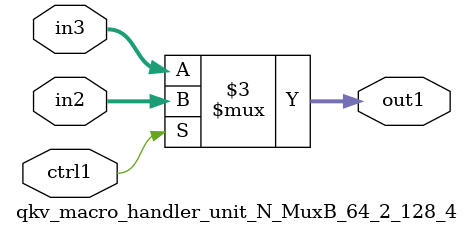
<source format=v>

`timescale 1ps / 1ps


module qkv_macro_handler_unit_N_MuxB_64_2_128_4( in3, in2, ctrl1, out1 );

    input [63:0] in3;
    input [63:0] in2;
    input ctrl1;
    output [63:0] out1;
    reg [63:0] out1;

    
    // rtl_process:qkv_macro_handler_unit_N_MuxB_64_2_128_4/qkv_macro_handler_unit_N_MuxB_64_2_128_4_thread_1
    always @*
      begin : qkv_macro_handler_unit_N_MuxB_64_2_128_4_thread_1
        case (ctrl1) 
          1'b1: 
            begin
              out1 = in2;
            end
          default: 
            begin
              out1 = in3;
            end
        endcase
      end

endmodule



</source>
